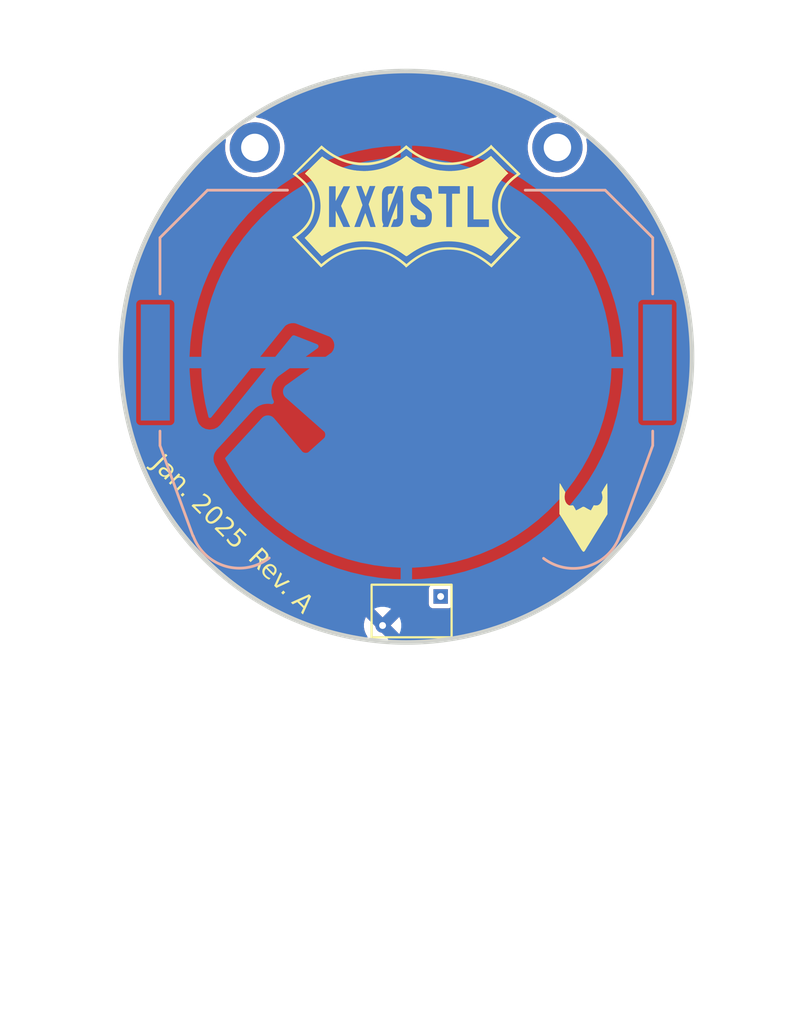
<source format=kicad_pcb>
(kicad_pcb (version 20241229) (generator "pcbnew") (generator_version "9.0")
  (layers (0 "F.Cu" signal) (2 "B.Cu" signal) (13 "F.Paste" user) (15 "B.Paste" user) (5 "F.SilkS" user "F.Silkscreen") (7 "B.SilkS" user "B.Silkscreen") (1 "F.Mask" user) (3 "B.Mask" user) (25 "Edge.Cuts" user))
  (net 0 "")
  (net 1 "Net-(BT1-+)")
  (net 2 "GND")
  (net 3 "+3V3")
  (net 4 "/MCU_UPDI")
  (net 5 "/MCU_SDA")
  (net 6 "/MCU_SCL")
  (net 7 "/MCU_DAC0")
  (net 8 "Net-(C6-Pad1)")
  (net 9 "/+3V3_SW")
  (net 10 "/CLK1")
  (footprint "Library:2x3_1.27mm_Pogo_Header" (layer "F.Cu") (at 75.85 115.04 -90)
    (property "Reference" "J2" (hide yes))
    (property "Value" "1.27mm Pogo Pads For Programming & Debug")
    (pad "1" thru_hole rect (at -0.635 -1.27 180) (size 0.635 0.635) (drill 0.3) (layers "*.Cu" "*.Mask") (net 4 "/MCU_UPDI"))
    (pad "2" smd circle (at 0.635001 -1.27 180) (size 0.635 0.635) (layers "F.Cu" "F.Mask") (net 3 "+3V3"))
    (pad "3" smd circle (at -0.635 0.000001 180) (size 0.635 0.635) (layers "F.Cu" "F.Mask") (net 5 "/MCU_SDA"))
    (pad "4" smd circle (at 0.635 -0.000002 180) (size 0.635 0.635) (layers "F.Cu" "F.Mask") (net 6 "/MCU_SCL"))
    (pad "5" smd circle (at -0.634999 1.270001 180) (size 0.635 0.635) (layers "F.Cu" "F.Mask") (net 7 "/MCU_DAC0"))
    (pad "6" thru_hole circle (at 0.635 1.270001 180) (size 0.635 0.635) (drill 0.3) (layers "*.Cu" "*.Mask") (net 2 "GND"))
  )
  (footprint "Library:Logo_10mm_inv" (layer "F.Cu") (at 75.62 97.33)
    (property "Reference" "G***" (hide yes))
    (property "Value" "LOGO" (hide yes))
  )
  (footprint "Inductor_THT:L_Axial_L12.0mm_D5.0mm_P15.24mm_Horizontal_Fastron_MISC" (layer "F.Cu") (at 67.99 95.76)
    (property "Reference" "L1" (hide yes))
    (property "Value" "100mH" (hide yes))
    (pad "1" thru_hole circle (at 1 -1) (size 2.2 2.2) (drill 1.2) (layers "*.Cu" "*.Mask") (net 8 "Net-(C6-Pad1)"))
    (pad "2" thru_hole oval (at 14.24 -1) (size 2.2 2.2) (drill 1.2) (layers "*.Cu" "*.Mask") (net 9 "/+3V3_SW"))
  )
  (footprint "Library:RF_Solder_Pad" (layer "F.Cu") (at 75.62 103.916925)
    (property "Reference" "J1" (hide yes))
    (property "Value" "Antenna Screw Pad")
    (pad "1" smd circle (at 0 0) (size 4 4) (layers "F.Cu" "F.Mask" "F.Paste") (net 10 "/CLK1"))
  )
  (footprint "Library:IPL_Logo_3mm" (layer "F.Cu") (at 83.36 110.95)
    (property "Reference" "G***" (hide yes))
    (property "Value" "LOGO" (hide yes))
  )
  (footprint "Library:BatteryHolder_Keystone_3034_1x20mm_CUTOUT" (layer "B.Cu") (at 75.62 104.17 180)
    (property "Reference" "BT1" (hide yes))
    (property "Value" "CR2032")
    (pad "1" smd rect (at -10.985 0 180) (size 1.27 5.08) (layers "B.Cu" "B.Mask" "B.Paste") (net 1 "Net-(BT1-+)"))
    (pad "1" smd rect (at 10.985 0 180) (size 1.27 5.08) (layers "B.Cu" "B.Mask" "B.Paste") (net 1 "Net-(BT1-+)"))
    (pad "2" smd custom (at 0.08 -0.02 180) (size 0.6 0.6) (layers "B.Cu" "B.Mask" "B.Paste") (net 2 "GND") (options (clearance outline) (anchor circle)) (primitives (gr_poly (pts (xy -0.3 0.2) (xy -0.288582 0.257403) (xy -0.256066 0.306066) (xy -0.207403 0.338582) (xy -0.15 0.35) (xy 0.15 0.35) (xy 0.207403 0.338582) (xy 0.256066 0.306066) (xy 0.288582 0.257403) (xy 0.3 0.2) (xy 0.3 -0.2) (xy 0.288582 -0.257403) (xy 0.256066 -0.306066) (xy 0.207403 -0.338582) (xy 0.15 -0.35) (xy -0.15 -0.35) (xy -0.207403 -0.338582) (xy -0.256066 -0.306066) (xy -0.288582 -0.257403) (xy -0.3 -0.2)) (width 0) (fill yes)) (gr_poly (pts (xy 8.502172 -2.340597) (xy 5.04 1.94) (xy 2.46 0.91) (xy 5.167917 -1.035394) (xy 5.182873 -1.450695) (xy 3.27 -3.14) (xy 4.35 -4.11) (xy 5.765395 -2.442798) (xy 6.233911 -2.485592) (xy 7.789999 -4.18) (xy 7.52 -4.59) (xy 7.42 -4.76) (xy 7.31 -4.92) (xy 7.21 -5.07) (xy 7.13 -5.19) (xy 7.01 -5.35) (xy 6.9 -5.49) (xy 6.8 -5.62) (xy 6.74 -5.694092) (xy 6.707923 -5.73) (xy 6.63 -5.82) (xy 6.55 -5.91) (xy 6.47 -6) (xy 6.39 -6.09) (xy 6.35 -6.13689) (xy 6.24 -6.24) (xy 6.17 -6.31) (xy 6.09 -6.39) (xy 5.99 -6.49) (xy 5.946721 -6.53) (xy 5.87 -6.6) (xy 5.81 -6.65) (xy 5.73 -6.72) (xy 5.66 -6.78) (xy 5.58 -6.85) (xy 5.51 -6.91) (xy 5.38 -7.01) (xy 5.3 -7.07) (xy 5.18 -7.16) (xy 5.1 -7.22) (xy 5.02 -7.28) (xy 4.93 -7.34) (xy 4.84 -7.4) (xy 4.762361 -7.45) (xy 4.67 -7.51) (xy 4.53 -7.6) (xy 4.41 -7.67) (xy 4.27 -7.75) (xy 4.09 -7.85) (xy 3.96 -7.92) (xy 2.42 -8.48) (xy 1.37 -8.73) (xy 0.49 -8.82) (xy -0.71 -8.84) (xy -1.77 -8.67) (xy -2.81 -8.43) (xy -4.22 -7.84) (xy -5.32 -7.18) (xy -6.4 -6.2) (xy -7.5 -4.89) (xy -8.39 -3.1) (xy -8.78 -1.59) (xy -8.99 -0.01) (xy -8.82 1.57) (xy -8.37 3.13) (xy -7.7 4.56) (xy -6.84 5.75) (xy -6.14 6.47) (xy -5.31 7.2) (xy -4.15 7.89) (xy -2.83 8.44) (xy -1.41 8.79) (xy -0.08 8.87) (xy 1.31 8.78) (xy 2.78 8.42) (xy 3.76 7.97) (xy 4.71 7.47) (xy 5.39 6.98) (xy 6.13 6.35) (xy 6.82 5.58) (xy 7.32 4.89) (xy 8.14 3.39) (xy 8.56 2.11) (xy 8.8 0.17) (xy 8.68 -1.01)) (width 0.12) (fill yes)) (gr_line (start 4.88 1.84) (end 3.305 1.225) (width 0.12)) (gr_line (start 7.79 -4.18) (end 6.180695 -2.427846) (width 0.12)) (gr_line (start 8.502172 -2.340597) (end 5.04 1.94) (width 0.12)) (gr_arc (start 3.307112 1.436752) (mid 2.84 0.909999) (end 3.063143 0.242265) (width 0.5)) (gr_arc (start 5.5 1.69) (mid 5.073962 1.966854) (end 4.567375 1.927756) (width 0.5)) (gr_arc (start 8.52115 -2.345819) (mid -8.366477 3.3232) (end 7.789999 -4.18) (width 0.12)) (gr_arc (start 3.479912 -2.95) (mid 3.409995 -3.161213) (end 3.509913 -3.359999) (width 0.12)) (gr_arc (start 4.119303 -3.912871) (mid 4.329999 -3.990005) (end 4.534605 -3.89792) (width 0.12)) (gr_arc (start 6.180695 -2.427846) (mid 5.97 -2.350709) (end 5.765395 -2.442798) (width 0.12)) (gr_arc (start 5.182873 -1.450695) (mid 5.260005 -1.239998) (end 5.167917 -1.035394) (width 0.12))))
  )
  (gr_circle (center 75.62 103.916925) (end 63.12 103.916925) (stroke (width 0.2)) (fill no) (layer "Edge.Cuts"))
  (gr_text "Rev. A" (at 70.11 113.74 -45) (layer "F.SilkS") (effects (font (size 0.8 0.8))))
  (gr_text "Jan. 2025" (at 66.54 110.29 -45) (layer "F.SilkS") (effects (font (size 0.8 0.8))))
  (zone (net 2) (net_name "GND") (layers "F.Cu" "B.Cu") (name "GND") (connect_pads (clearance 0.2)) (min_thickness 0.2) (fill yes (thermal_gap 0.5) (thermal_bridge_width 0.5))
    (polygon (pts (xy 59.48 89.28) (xy 92.95 88.31) (xy 93.03 121.47) (xy 57.84 122.56)))
  )
)
</source>
